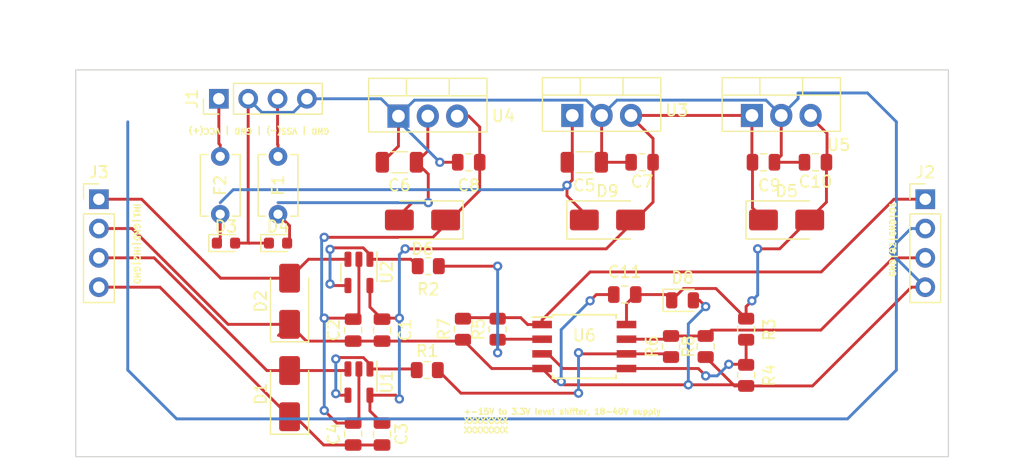
<source format=kicad_pcb>
(kicad_pcb (version 20221018) (generator pcbnew)
  (layers (0 "F.Cu" signal) (31 "B.Cu" signal) (34 "B.Paste" user) (35 "F.Paste" user) (36 "B.SilkS" user "B.Silkscreen") (37 "F.SilkS" user "F.Silkscreen") (38 "B.Mask" user) (39 "F.Mask" user) (44 "Edge.Cuts" user))
  (net 0 "")
  (net 1 "GND")
  (net 2 "+15V")
  (net 3 "-15V")
  (net 4 "Net-(D3-K)")
  (net 5 "Net-(D4-A)")
  (net 6 "+3.3V")
  (net 7 "IN2")
  (net 8 "IN1")
  (net 9 "VSS")
  (net 10 "VCC")
  (net 11 "O1")
  (net 12 "O2")
  (net 13 "Net-(U1--)")
  (net 14 "Net-(U6B--)")
  (net 15 "Net-(U2--)")
  (net 16 "Net-(U6A--)")
  (net 17 "Net-(U6A-+)")
  (footprint "Diode_SMD:D_SMA" (layer "F.Cu") (at 125 57.04 90)
    (fp_text reference "D1" (at 0 -2.5 90) (layer "F.SilkS"))
    (fp_text value "P4SMA18CA")
    (fp_line (start -3.51 -1.65) (end -3.51 1.65) (stroke (width 0.12)) (layer "F.SilkS"))
    (fp_line (start -3.51 -1.65) (end 2 -1.65) (stroke (width 0.12)) (layer "F.SilkS"))
    (fp_line (start -3.51 1.65) (end 2 1.65) (stroke (width 0.12)) (layer "F.SilkS"))
    (pad "1" smd roundrect (at -2 0 90) (size 2.5 1.8) (layers "F.Cu" "F.Paste" "F.Mask") (roundrect_rratio 0.1388888889) (net 1 "GND"))
    (pad "2" smd roundrect (at 2 0 90) (size 2.5 1.8) (layers "F.Cu" "F.Paste" "F.Mask") (roundrect_rratio 0.1388888889) (net 7 "IN2"))
  )
  (footprint "Capacitor_SMD:C_0805_2012Metric" (layer "F.Cu") (at 133 51.54 90)
    (fp_text reference "C1" (at 0 2 90) (layer "F.SilkS"))
    (fp_text value "0.1uF")
    (fp_line (start -0.261252 -0.735) (end 0.261252 -0.735) (stroke (width 0.12)) (layer "F.SilkS"))
    (fp_line (start -0.261252 0.735) (end 0.261252 0.735) (stroke (width 0.12)) (layer "F.SilkS"))
    (pad "1" smd roundrect (at -0.95 0 90) (size 1 1.45) (layers "F.Cu" "F.Paste" "F.Mask") (net 1 "GND"))
    (pad "2" smd roundrect (at 0.95 0 90) (size 1 1.45) (layers "F.Cu" "F.Paste" "F.Mask") (net 2 "+15V"))
  )
  (footprint "Capacitor_SMD:C_0805_2012Metric" (layer "F.Cu") (at 140.5 37)
    (fp_text reference "C8" (at 0 2) (layer "F.SilkS"))
    (fp_text value "1uF")
    (fp_line (start -0.261252 -0.735) (end 0.261252 -0.735) (stroke (width 0.12)) (layer "F.SilkS"))
    (fp_line (start -0.261252 0.735) (end 0.261252 0.735) (stroke (width 0.12)) (layer "F.SilkS"))
    (pad "1" smd roundrect (at -0.95 0) (size 1 1.45) (layers "F.Cu" "F.Paste" "F.Mask") (net 1 "GND"))
    (pad "2" smd roundrect (at 0.95 0) (size 1 1.45) (layers "F.Cu" "F.Paste" "F.Mask") (net 3 "-15V"))
  )
  (footprint "Capacitor_SMD:C_1206_3216Metric" (layer "F.Cu") (at 150.5 37)
    (fp_text reference "C5" (at 0 2) (layer "F.SilkS"))
    (fp_text value "2.2uF")
    (fp_line (start -0.711252 -0.91) (end 0.711252 -0.91) (stroke (width 0.12)) (layer "F.SilkS"))
    (fp_line (start -0.711252 0.91) (end 0.711252 0.91) (stroke (width 0.12)) (layer "F.SilkS"))
    (pad "1" smd roundrect (at -1.475 0) (size 1.15 1.8) (layers "F.Cu" "F.Paste" "F.Mask") (roundrect_rratio 0.217391) (net 4 "Net-(D3-K)"))
    (pad "2" smd roundrect (at 1.475 0) (size 1.15 1.8) (layers "F.Cu" "F.Paste" "F.Mask") (roundrect_rratio 0.217391) (net 1 "GND"))
  )
  (footprint "Connector_PinHeader_2.54mm:PinHeader_1x04_P2.54mm_Vertical" (layer "F.Cu") (at 118.88 31.5 90)
    (fp_text reference "J1" (at 0 -2.33 90) (layer "F.SilkS"))
    (fp_text value "Screw_Terminal_01x04")
    (fp_line (start -1.33 -1.33) (end 0 -1.33) (stroke (width 0.12)) (layer "F.SilkS"))
    (fp_line (start -1.33 0) (end -1.33 -1.33) (stroke (width 0.12)) (layer "F.SilkS"))
    (fp_line (start -1.33 1.27) (end -1.33 8.95) (stroke (width 0.12)) (layer "F.SilkS"))
    (fp_line (start -1.33 1.27) (end 1.33 1.27) (stroke (width 0.12)) (layer "F.SilkS"))
    (fp_line (start -1.33 8.95) (end 1.33 8.95) (stroke (width 0.12)) (layer "F.SilkS"))
    (fp_line (start 1.33 1.27) (end 1.33 8.95) (stroke (width 0.12)) (layer "F.SilkS"))
    (pad "1" thru_hole rect (at 0 0 90) (size 1.7 1.7) (drill 1) (layers "*.Cu" "*.Mask") (net 10 "VCC"))
    (pad "2" thru_hole oval (at 0 2.54 90) (size 1.7 1.7) (drill 1) (layers "*.Cu" "*.Mask") (net 1 "GND"))
    (pad "3" thru_hole oval (at 0 5.08 90) (size 1.7 1.7) (drill 1) (layers "*.Cu" "*.Mask") (net 9 "VSS"))
    (pad "4" thru_hole oval (at 0 7.62 90) (size 1.7 1.7) (drill 1) (layers "*.Cu" "*.Mask") (net 1 "GND"))
  )
  (footprint "Package_TO_SOT_SMD:TSOT-23-5" (layer "F.Cu") (at 131 46.54 -90)
    (fp_text reference "U2" (at 0 -2.4 90) (layer "F.SilkS"))
    (fp_text value "OPA140")
    (fp_line (start 0 -1.56) (end -1.8 -1.56) (stroke (width 0.12)) (layer "F.SilkS"))
    (fp_line (start 0 -1.56) (end 0.8 -1.56) (stroke (width 0.12)) (layer "F.SilkS"))
    (fp_line (start 0 1.56) (end -0.8 1.56) (stroke (width 0.12)) (layer "F.SilkS"))
    (fp_line (start 0 1.56) (end 0.8 1.56) (stroke (width 0.12)) (layer "F.SilkS"))
    (pad "1" smd roundrect (at -1.1375 -0.95 270) (size 1.325 0.6) (layers "F.Cu" "F.Paste" "F.Mask") (net 15 "Net-(U2--)"))
    (pad "2" smd roundrect (at -1.1375 0 270) (size 1.325 0.6) (layers "F.Cu" "F.Paste" "F.Mask") (net 3 "-15V"))
    (pad "3" smd roundrect (at -1.1375 0.95 270) (size 1.325 0.6) (layers "F.Cu" "F.Paste" "F.Mask") (net 8 "IN1"))
    (pad "4" smd roundrect (at 1.1375 0.95 270) (size 1.325 0.6) (layers "F.Cu" "F.Paste" "F.Mask") (net 15 "Net-(U2--)"))
    (pad "5" smd roundrect (at 1.1375 -0.95 270) (size 1.325 0.6) (layers "F.Cu" "F.Paste" "F.Mask") (net 2 "+15V"))
  )
  (footprint "Resistor_SMD:R_0805_2012Metric" (layer "F.Cu") (at 140 51.46 90)
    (fp_text reference "R7" (at 0 -1.65 90) (layer "F.SilkS"))
    (fp_text value "10k")
    (fp_line (start -0.227064 -0.735) (end 0.227064 -0.735) (stroke (width 0.12)) (layer "F.SilkS"))
    (fp_line (start -0.227064 0.735) (end 0.227064 0.735) (stroke (width 0.12)) (layer "F.SilkS"))
    (pad "1" smd roundrect (at -0.9125 0 90) (size 1.025 1.4) (layers "F.Cu" "F.Paste" "F.Mask") (roundrect_rratio 0.243902) (net 1 "GND"))
    (pad "2" smd roundrect (at 0.9125 0 90) (size 1.025 1.4) (layers "F.Cu" "F.Paste" "F.Mask") (roundrect_rratio 0.243902) (net 11 "O1"))
  )
  (footprint "Diode_SMD:D_SMA" (layer "F.Cu") (at 168 42)
    (fp_text reference "D5" (at 0 -2.5) (layer "F.SilkS"))
    (fp_text value "US1B")
    (fp_line (start -3.51 -1.65) (end -3.51 1.65) (stroke (width 0.12)) (layer "F.SilkS"))
    (fp_line (start -3.51 -1.65) (end 2 -1.65) (stroke (width 0.12)) (layer "F.SilkS"))
    (fp_line (start -3.51 1.65) (end 2 1.65) (stroke (width 0.12)) (layer "F.SilkS"))
    (pad "1" smd roundrect (at -2 0) (size 2.5 1.8) (layers "F.Cu" "F.Paste" "F.Mask") (roundrect_rratio 0.1388888889) (net 2 "+15V"))
    (pad "2" smd roundrect (at 2 0) (size 2.5 1.8) (layers "F.Cu" "F.Paste" "F.Mask") (roundrect_rratio 0.1388888889) (net 6 "+3.3V"))
  )
  (footprint "Capacitor_SMD:C_0805_2012Metric" (layer "F.Cu") (at 133 60.54 -90)
    (fp_text reference "C3" (at 0 -1.68 90) (layer "F.SilkS"))
    (fp_text value "0.1uF")
    (fp_line (start -0.261252 -0.735) (end 0.261252 -0.735) (stroke (width 0.12)) (layer "F.SilkS"))
    (fp_line (start -0.261252 0.735) (end 0.261252 0.735) (stroke (width 0.12)) (layer "F.SilkS"))
    (pad "1" smd roundrect (at -0.95 0 270) (size 1 1.45) (layers "F.Cu" "F.Paste" "F.Mask") (net 2 "+15V"))
    (pad "2" smd roundrect (at 0.95 0 270) (size 1 1.45) (layers "F.Cu" "F.Paste" "F.Mask") (net 1 "GND"))
  )
  (footprint "Capacitor_SMD:C_0805_2012Metric" (layer "F.Cu") (at 130.5 60.54 90)
    (fp_text reference "C4" (at 0 -1.68 90) (layer "F.SilkS"))
    (fp_text value "0.1uF")
    (fp_line (start -0.261252 -0.735) (end 0.261252 -0.735) (stroke (width 0.12)) (layer "F.SilkS"))
    (fp_line (start -0.261252 0.735) (end 0.261252 0.735) (stroke (width 0.12)) (layer "F.SilkS"))
    (pad "1" smd roundrect (at -0.95 0 90) (size 1 1.45) (layers "F.Cu" "F.Paste" "F.Mask") (net 1 "GND"))
    (pad "2" smd roundrect (at 0.95 0 90) (size 1 1.45) (layers "F.Cu" "F.Paste" "F.Mask") (net 3 "-15V"))
  )
  (footprint "Diode_SMD:D_SMA" (layer "F.Cu") (at 136.5 42 180)
    (fp_text reference "D6" (at 0 -2.5) (layer "F.SilkS"))
    (fp_text value "US1B")
    (fp_line (start -3.51 -1.65) (end -3.51 1.65) (stroke (width 0.12)) (layer "F.SilkS"))
    (fp_line (start -3.51 -1.65) (end 2 -1.65) (stroke (width 0.12)) (layer "F.SilkS"))
    (fp_line (start -3.51 1.65) (end 2 1.65) (stroke (width 0.12)) (layer "F.SilkS"))
    (pad "1" smd roundrect (at -2 0 180) (size 2.5 1.8) (layers "F.Cu" "F.Paste" "F.Mask") (roundrect_rratio 0.1388888889) (net 3 "-15V"))
    (pad "2" smd roundrect (at 2 0 180) (size 2.5 1.8) (layers "F.Cu" "F.Paste" "F.Mask") (roundrect_rratio 0.1388888889) (net 5 "Net-(D4-A)"))
  )
  (footprint "Diode_SMD:D_0603_1608Metric" (layer "F.Cu") (at 119.5 44)
    (fp_text reference "D3" (at 0 -1.43) (layer "F.SilkS"))
    (fp_text value "CSLZ30V,L3F")
    (fp_line (start -1.485 -0.735) (end -1.485 0.735) (stroke (width 0.12)) (layer "F.SilkS"))
    (fp_line (start -1.485 0.735) (end 0.8 0.735) (stroke (width 0.12)) (layer "F.SilkS"))
    (fp_line (start 0.8 -0.735) (end -1.485 -0.735) (stroke (width 0.12)) (layer "F.SilkS"))
    (pad "1" smd roundrect (at -0.7875 0) (size 0.875 0.95) (layers "F.Cu" "F.Paste" "F.Mask") (net 4 "Net-(D3-K)"))
    (pad "2" smd roundrect (at 0.7875 0) (size 0.875 0.95) (layers "F.Cu" "F.Paste" "F.Mask") (net 1 "GND"))
  )
  (footprint "Capacitor_SMD:C_0805_2012Metric" (layer "F.Cu") (at 130.5 51.54 90)
    (fp_text reference "C2" (at 0 -1.68 90) (layer "F.SilkS"))
    (fp_text value "0.1uF")
    (fp_line (start -0.261252 -0.735) (end 0.261252 -0.735) (stroke (width 0.12)) (layer "F.SilkS"))
    (fp_line (start -0.261252 0.735) (end 0.261252 0.735) (stroke (width 0.12)) (layer "F.SilkS"))
    (pad "1" smd roundrect (at -0.95 0 90) (size 1 1.45) (layers "F.Cu" "F.Paste" "F.Mask") (net 1 "GND"))
    (pad "2" smd roundrect (at 0.95 0 90) (size 1 1.45) (layers "F.Cu" "F.Paste" "F.Mask") (net 3 "-15V"))
  )
  (footprint "Diode_SMD:D_SMA" (layer "F.Cu") (at 125 49.04 90)
    (fp_text reference "D2" (at 0 -2.5 90) (layer "F.SilkS"))
    (fp_text value "P4SMA18CA")
    (fp_line (start -3.51 -1.65) (end -3.51 1.65) (stroke (width 0.12)) (layer "F.SilkS"))
    (fp_line (start -3.51 -1.65) (end 2 -1.65) (stroke (width 0.12)) (layer "F.SilkS"))
    (fp_line (start -3.51 1.65) (end 2 1.65) (stroke (width 0.12)) (layer "F.SilkS"))
    (pad "1" smd roundrect (at -2 0 90) (size 2.5 1.8) (layers "F.Cu" "F.Paste" "F.Mask") (roundrect_rratio 0.1388888889) (net 1 "GND"))
    (pad "2" smd roundrect (at 2 0 90) (size 2.5 1.8) (layers "F.Cu" "F.Paste" "F.Mask") (roundrect_rratio 0.1388888889) (net 8 "IN1"))
  )
  (footprint "Resistor_SMD:R_0805_2012Metric" (layer "F.Cu") (at 164.5 51.46 90)
    (fp_text reference "R3" (at -0.04 2 90) (layer "F.SilkS"))
    (fp_text value "TBD")
    (fp_line (start -0.227064 -0.735) (end 0.227064 -0.735) (stroke (width 0.12)) (layer "F.SilkS"))
    (fp_line (start -0.227064 0.735) (end 0.227064 0.735) (stroke (width 0.12)) (layer "F.SilkS"))
    (pad "1" smd roundrect (at -0.9125 0 90) (size 1.025 1.4) (layers "F.Cu" "F.Paste" "F.Mask") (roundrect_rratio 0.243902) (net 17 "Net-(U6A-+)"))
    (pad "2" smd roundrect (at 0.9125 0 90) (size 1.025 1.4) (layers "F.Cu" "F.Paste" "F.Mask") (roundrect_rratio 0.243902) (net 6 "+3.3V"))
  )
  (footprint "Diode_SMD:D_SMA" (layer "F.Cu") (at 152.5 42)
    (fp_text reference "D9" (at 0 -2.5) (layer "F.SilkS"))
    (fp_text value "US1B")
    (fp_line (start -3.51 -1.65) (end -3.51 1.65) (stroke (width 0.12)) (layer "F.SilkS"))
    (fp_line (start -3.51 -1.65) (end 2 -1.65) (stroke (width 0.12)) (layer "F.SilkS"))
    (fp_line (start -3.51 1.65) (end 2 1.65) (stroke (width 0.12)) (layer "F.SilkS"))
    (pad "1" smd roundrect (at -2 0) (size 2.5 1.8) (layers "F.Cu" "F.Paste" "F.Mask") (roundrect_rratio 0.1388888889) (net 4 "Net-(D3-K)"))
    (pad "2" smd roundrect (at 2 0) (size 2.5 1.8) (layers "F.Cu" "F.Paste" "F.Mask") (roundrect_rratio 0.1388888889) (net 2 "+15V"))
  )
  (footprint "Capacitor_SMD:C_0805_2012Metric" (layer "F.Cu") (at 170.5 37 180)
    (fp_text reference "C10" (at 0 -1.68) (layer "F.SilkS"))
    (fp_text value "1uF")
    (fp_line (start -0.261252 -0.735) (end 0.261252 -0.735) (stroke (width 0.12)) (layer "F.SilkS"))
    (fp_line (start -0.261252 0.735) (end 0.261252 0.735) (stroke (width 0.12)) (layer "F.SilkS"))
    (pad "1" smd roundrect (at -0.95 0 180) (size 1 1.45) (layers "F.Cu" "F.Paste" "F.Mask") (net 6 "+3.3V"))
    (pad "2" smd roundrect (at 0.95 0 180) (size 1 1.45) (layers "F.Cu" "F.Paste" "F.Mask") (net 1 "GND"))
  )
  (footprint "Capacitor_THT:C_Disc_D5.1mm_W3.2mm_P5.00mm" (layer "F.Cu") (at 124 36.5 -90)
    (fp_text reference "F1" (at 2.5 0 90) (layer "F.SilkS"))
    (fp_text value "Polyfuse_Small")
    (fp_line (start -0.17 -1.721) (end -0.17 -1.055) (stroke (width 0.12)) (layer "F.SilkS"))
    (fp_line (start -0.17 -1.721) (end 5.17 -1.721) (stroke (width 0.12)) (layer "F.SilkS"))
    (fp_line (start -0.17 1.055) (end -0.17 1.721) (stroke (width 0.12)) (layer "F.SilkS"))
    (fp_line (start -0.17 1.721) (end 5.17 1.721) (stroke (width 0.12)) (layer "F.SilkS"))
    (fp_line (start 5.17 -1.721) (end 5.17 -1.055) (stroke (width 0.12)) (layer "F.SilkS"))
    (fp_line (start 5.17 1.055) (end 5.17 1.721) (stroke (width 0.12)) (layer "F.SilkS"))
    (pad "1" thru_hole circle (at 0 0 270) (size 1.6 1.6) (drill 0.8) (layers "*.Cu" "*.Mask") (net 9 "VSS"))
    (pad "2" thru_hole circle (at 5 0 270) (size 1.6 1.6) (drill 0.8) (layers "*.Cu" "*.Mask") (net 5 "Net-(D4-A)"))
  )
  (footprint "Package_TO_SOT_THT:TO-220-3_Vertical" (layer "F.Cu") (at 149.46 32.945)
    (fp_text reference "U3" (at 9.04 -0.445) (layer "F.SilkS"))
    (fp_text value "LM7815_TO220")
    (fp_line (start -2.58 -3.27) (end -2.58 1.371) (stroke (width 0.12)) (layer "F.SilkS"))
    (fp_line (start -2.58 -3.27) (end 7.66 -3.27) (stroke (width 0.12)) (layer "F.SilkS"))
    (fp_line (start -2.58 -1.76) (end 7.66 -1.76) (stroke (width 0.12)) (layer "F.SilkS"))
    (fp_line (start -2.58 1.371) (end 7.66 1.371) (stroke (width 0.12)) (layer "F.SilkS"))
    (fp_line (start 0.69 -3.27) (end 0.69 -1.76) (stroke (width 0.12)) (layer "F.SilkS"))
    (fp_line (start 4.391 -3.27) (end 4.391 -1.76) (stroke (width 0.12)) (layer "F.SilkS"))
    (fp_line (start 7.66 -3.27) (end 7.66 1.371) (stroke (width 0.12)) (layer "F.SilkS"))
    (pad "1" thru_hole rect (at 0 0) (size 1.905 2) (drill 1.1) (layers "*.Cu" "*.Mask") (net 4 "Net-(D3-K)"))
    (pad "2" thru_hole oval (at 2.54 0) (size 1.905 2) (drill 1.1) (layers "*.Cu" "*.Mask") (net 1 "GND"))
    (pad "3" thru_hole oval (at 5.08 0) (size 1.905 2) (drill 1.1) (layers "*.Cu" "*.Mask") (net 2 "+15V"))
  )
  (footprint "Resistor_SMD:R_0805_2012Metric" (layer "F.Cu") (at 136.9125 55)
    (fp_text reference "R1" (at 0 -1.65) (layer "F.SilkS"))
    (fp_text value "100k")
    (fp_line (start -0.227064 -0.735) (end 0.227064 -0.735) (stroke (width 0.12)) (layer "F.SilkS"))
    (fp_line (start -0.227064 0.735) (end 0.227064 0.735) (stroke (width 0.12)) (layer "F.SilkS"))
    (pad "1" smd roundrect (at -0.9125 0) (size 1.025 1.4) (layers "F.Cu" "F.Paste" "F.Mask") (roundrect_rratio 0.243902) (net 13 "Net-(U1--)"))
    (pad "2" smd roundrect (at 0.9125 0) (size 1.025 1.4) (layers "F.Cu" "F.Paste" "F.Mask") (roundrect_rratio 0.243902) (net 14 "Net-(U6B--)"))
  )
  (footprint "Resistor_SMD:R_0805_2012Metric" (layer "F.Cu") (at 161 52.96 90)
    (fp_text reference "R8" (at 0 -1.5 90) (layer "F.SilkS"))
    (fp_text value "10k")
    (fp_line (start -0.227064 -0.735) (end 0.227064 -0.735) (stroke (width 0.12)) (layer "F.SilkS"))
    (fp_line (start -0.227064 0.735) (end 0.227064 0.735) (stroke (width 0.12)) (layer "F.SilkS"))
    (pad "1" smd roundrect (at -0.9125 0 90) (size 1.025 1.4) (layers "F.Cu" "F.Paste" "F.Mask") (roundrect_rratio 0.243902) (net 1 "GND"))
    (pad "2" smd roundrect (at 0.9125 0 90) (size 1.025 1.4) (layers "F.Cu" "F.Paste" "F.Mask") (roundrect_rratio 0.243902) (net 12 "O2"))
  )
  (footprint "Connector_PinHeader_2.54mm:PinHeader_1x04_P2.54mm_Vertical" (layer "F.Cu") (at 180 40.2)
    (fp_text reference "J2" (at 0 -2.33) (layer "F.SilkS"))
    (fp_text value "Screw_Terminal_01x04")
    (fp_line (start -1.33 -1.33) (end 0 -1.33) (stroke (width 0.12)) (layer "F.SilkS"))
    (fp_line (start -1.33 0) (end -1.33 -1.33) (stroke (width 0.12)) (layer "F.SilkS"))
    (fp_line (start -1.33 1.27) (end -1.33 8.95) (stroke (width 0.12)) (layer "F.SilkS"))
    (fp_line (start -1.33 1.27) (end 1.33 1.27) (stroke (width 0.12)) (layer "F.SilkS"))
    (fp_line (start -1.33 8.95) (end 1.33 8.95) (stroke (width 0.12)) (layer "F.SilkS"))
    (fp_line (start 1.33 1.27) (end 1.33 8.95) (stroke (width 0.12)) (layer "F.SilkS"))
    (pad "1" thru_hole rect (at 0 0) (size 1.7 1.7) (drill 1) (layers "*.Cu" "*.Mask") (net 11 "O1"))
    (pad "2" thru_hole oval (at 0 2.54) (size 1.7 1.7) (drill 1) (layers "*.Cu" "*.Mask") (net 1 "GND"))
    (pad "3" thru_hole oval (at 0 5.08) (size 1.7 1.7) (drill 1) (layers "*.Cu" "*.Mask") (net 12 "O2"))
    (pad "4" thru_hole oval (at 0 7.62) (size 1.7 1.7) (drill 1) (layers "*.Cu" "*.Mask") (net 1 "GND"))
  )
  (footprint "Connector_PinHeader_2.54mm:PinHeader_1x04_P2.54mm_Vertical" (layer "F.Cu") (at 108.5 40.2)
    (fp_text reference "J3" (at 0 -2.33) (layer "F.SilkS"))
    (fp_text value "Screw_Terminal_01x04")
    (fp_line (start -1.33 -1.33) (end 0 -1.33) (stroke (width 0.12)) (layer "F.SilkS"))
    (fp_line (start -1.33 0) (end -1.33 -1.33) (stroke (width 0.12)) (layer "F.SilkS"))
    (fp_line (start -1.33 1.27) (end -1.33 8.95) (stroke (width 0.12)) (layer "F.SilkS"))
    (fp_line (start -1.33 1.27) (end 1.33 1.27) (stroke (width 0.12)) (layer "F.SilkS"))
    (fp_line (start -1.33 8.95) (end 1.33 8.95) (stroke (width 0.12)) (layer "F.SilkS"))
    (fp_line (start 1.33 1.27) (end 1.33 8.95) (stroke (width 0.12)) (layer "F.SilkS"))
    (pad "1" thru_hole rect (at 0 0) (size 1.7 1.7) (drill 1) (layers "*.Cu" "*.Mask") (net 8 "IN1"))
    (pad "2" thru_hole oval (at 0 2.54) (size 1.7 1.7) (drill 1) (layers "*.Cu" "*.Mask") (net 1 "GND"))
    (pad "3" thru_hole oval (at 0 5.08) (size 1.7 1.7) (drill 1) (layers "*.Cu" "*.Mask") (net 7 "IN2"))
    (pad "4" thru_hole oval (at 0 7.62) (size 1.7 1.7) (drill 1) (layers "*.Cu" "*.Mask") (net 1 "GND"))
  )
  (footprint "Capacitor_SMD:C_0805_2012Metric" (layer "F.Cu") (at 155.5 37 180)
    (fp_text reference "C7" (at 0 -1.68) (layer "F.SilkS"))
    (fp_text value "1uF")
    (fp_line (start -0.261252 -0.735) (end 0.261252 -0.735) (stroke (width 0.12)) (layer "F.SilkS"))
    (fp_line (start -0.261252 0.735) (end 0.261252 0.735) (stroke (width 0.12)) (layer "F.SilkS"))
    (pad "1" smd roundrect (at -0.95 0 180) (size 1 1.45) (layers "F.Cu" "F.Paste" "F.Mask") (net 2 "+15V"))
    (pad "2" smd roundrect (at 0.95 0 180) (size 1 1.45) (layers "F.Cu" "F.Paste" "F.Mask") (net 1 "GND"))
  )
  (footprint "Resistor_SMD:R_0805_2012Metric" (layer "F.Cu") (at 164.5 55.46 90)
    (fp_text reference "R4" (at 0 2 90) (layer "F.SilkS"))
    (fp_text value "TBD")
    (fp_line (start -0.227064 -0.735) (end 0.227064 -0.735) (stroke (width 0.12)) (layer "F.SilkS"))
    (fp_line (start -0.227064 0.735) (end 0.227064 0.735) (stroke (width 0.12)) (layer "F.SilkS"))
    (pad "1" smd roundrect (at -0.9125 0 90) (size 1.025 1.4) (layers "F.Cu" "F.Paste" "F.Mask") (roundrect_rratio 0.243902) (net 1 "GND"))
    (pad "2" smd roundrect (at 0.9125 0 90) (size 1.025 1.4) (layers "F.Cu" "F.Paste" "F.Mask") (roundrect_rratio 0.243902) (net 17 "Net-(U6A-+)"))
  )
  (footprint "Diode_SMD:D_0805_2012Metric" (layer "F.Cu") (at 159 48.96)
    (fp_text reference "D8" (at 0 -1.96) (layer "F.SilkS"))
    (fp_text value "BZY55B3V6 RBG")
    (fp_line (start -1.685 -0.96) (end -1.685 0.96) (stroke (width 0.12)) (layer "F.SilkS"))
    (fp_line (start -1.685 0.96) (end 1 0.96) (stroke (width 0.12)) (layer "F.SilkS"))
    (fp_line (start 1 -0.96) (end -1.685 -0.96) (stroke (width 0.12)) (layer "F.SilkS"))
    (pad "1" smd roundrect (at -0.9375 0) (size 0.975 1.4) (layers "F.Cu" "F.Paste" "F.Mask") (net 6 "+3.3V"))
    (pad "2" smd roundrect (at 0.9375 0) (size 0.975 1.4) (layers "F.Cu" "F.Paste" "F.Mask") (net 1 "GND"))
  )
  (footprint "Capacitor_THT:C_Disc_D5.1mm_W3.2mm_P5.00mm" (layer "F.Cu") (at 119 36.5 -90)
    (fp_text reference "F2" (at 2.5 0 90) (layer "F.SilkS"))
    (fp_text value "Polyfuse_Small")
    (fp_line (start -0.17 -1.721) (end -0.17 -1.055) (stroke (width 0.12)) (layer "F.SilkS"))
    (fp_line (start -0.17 -1.721) (end 5.17 -1.721) (stroke (width 0.12)) (layer "F.SilkS"))
    (fp_line (start -0.17 1.055) (end -0.17 1.721) (stroke (width 0.12)) (layer "F.SilkS"))
    (fp_line (start -0.17 1.721) (end 5.17 1.721) (stroke (width 0.12)) (layer "F.SilkS"))
    (fp_line (start 5.17 -1.721) (end 5.17 -1.055) (stroke (width 0.12)) (layer "F.SilkS"))
    (fp_line (start 5.17 1.055) (end 5.17 1.721) (stroke (width 0.12)) (layer "F.SilkS"))
    (pad "1" thru_hole circle (at 0 0 270) (size 1.6 1.6) (drill 0.8) (layers "*.Cu" "*.Mask") (net 10 "VCC"))
    (pad "2" thru_hole circle (at 5 0 270) (size 1.6 1.6) (drill 0.8) (layers "*.Cu" "*.Mask") (net 4 "Net-(D3-K)"))
  )
  (footprint "Capacitor_SMD:C_0805_2012Metric" (layer "F.Cu") (at 166 37)
    (fp_text reference "C9" (at 0.5 2) (layer "F.SilkS"))
    (fp_text value "0.33uF")
    (fp_line (start -0.261252 -0.735) (end 0.261252 -0.735) (stroke (width 0.12)) (layer "F.SilkS"))
    (fp_line (start -0.261252 0.735) (end 0.261252 0.735) (stroke (width 0.12)) (layer "F.SilkS"))
    (pad "1" smd roundrect (at -0.95 0) (size 1 1.45) (layers "F.Cu" "F.Paste" "F.Mask") (net 2 "+15V"))
    (pad "2" smd roundrect (at 0.95 0) (size 1 1.45) (layers "F.Cu" "F.Paste" "F.Mask") (net 1 "GND"))
  )
  (footprint "Package_TO_SOT_THT:TO-220-3_Vertical" (layer "F.Cu") (at 134.42 33)
    (fp_text reference "U4" (at 9.08 0) (layer "F.SilkS"))
    (fp_text value "LM320T-15")
    (fp_line (start -2.58 -3.27) (end -2.58 1.371) (stroke (width 0.12)) (layer "F.SilkS"))
    (fp_line (start -2.58 -3.27) (end 7.66 -3.27) (stroke (width 0.12)) (layer "F.SilkS"))
    (fp_line (start -2.58 -1.76) (end 7.66 -1.76) (stroke (width 0.12)) (layer "F.SilkS"))
    (fp_line (start -2.58 1.371) (end 7.66 1.371) (stroke (width 0.12)) (layer "F.SilkS"))
    (fp_line (start 0.69 -3.27) (end 0.69 -1.76) (stroke (width 0.12)) (layer "F.SilkS"))
    (fp_line (start 4.391 -3.27) (end 4.391 -1.76) (stroke (width 0.12)) (layer "F.SilkS"))
    (fp_line (start 7.66 -3.27) (end 7.66 1.371) (stroke (width 0.12)) (layer "F.SilkS"))
    (pad "1" thru_hole rect (at 0 0) (size 1.905 2) (drill 1.1) (layers "*.Cu" "*.Mask") (net 1 "GND"))
    (pad "2" thru_hole oval (at 2.54 0) (size 1.905 2) (drill 1.1) (layers "*.Cu" "*.Mask") (net 5 "Net-(D4-A)"))
    (pad "3" thru_hole oval (at 5.08 0) (size 1.905 2) (drill 1.1) (layers "*.Cu" "*.Mask") (net 3 "-15V"))
  )
  (footprint "Package_TO_SOT_SMD:TSOT-23-5" (layer "F.Cu") (at 131 56.04 -90)
    (fp_text reference "U1" (at 0 -2.4 90) (layer "F.SilkS"))
    (fp_text value "OPA140")
    (fp_line (start 0 -1.56) (end -1.8 -1.56) (stroke (width 0.12)) (layer "F.SilkS"))
    (fp_line (start 0 -1.56) (end 0.8 -1.56) (stroke (width 0.12)) (layer "F.SilkS"))
    (fp_line (start 0 1.56) (end -0.8 1.56) (stroke (width 0.12)) (layer "F.SilkS"))
    (fp_line (start 0 1.56) (end 0.8 1.56) (stroke (width 0.12)) (layer "F.SilkS"))
    (pad "1" smd roundrect (at -1.1375 -0.95 270) (size 1.325 0.6) (layers "F.Cu" "F.Paste" "F.Mask") (net 13 "Net-(U1--)"))
    (pad "2" smd roundrect (at -1.1375 0 270) (size 1.325 0.6) (layers "F.Cu" "F.Paste" "F.Mask") (net 3 "-15V"))
    (pad "3" smd roundrect (at -1.1375 0.95 270) (size 1.325 0.6) (layers "F.Cu" "F.Paste" "F.Mask") (net 7 "IN2"))
    (pad "4" smd roundrect (at 1.1375 0.95 270) (size 1.325 0.6) (layers "F.Cu" "F.Paste" "F.Mask") (net 13 "Net-(U1--)"))
    (pad "5" smd roundrect (at 1.1375 -0.95 270) (size 1.325 0.6) (layers "F.Cu" "F.Paste" "F.Mask") (net 2 "+15V"))
  )
  (footprint "Resistor_SMD:R_0805_2012Metric" (layer "F.Cu") (at 158 52.96 90)
    (fp_text reference "R6" (at 0 -1.65 90) (layer "F.SilkS"))
    (fp_text value "23k")
    (fp_line (start -0.227064 -0.735) (end 0.227064 -0.735) (stroke (width 0.12)) (layer "F.SilkS"))
    (fp_line (start -0.227064 0.735) (end 0.227064 0.735) (stroke (width 0.12)) (layer "F.SilkS"))
    (pad "1" smd roundrect (at -0.9125 0 90) (size 1.025 1.4) (layers "F.Cu" "F.Paste" "F.Mask") (roundrect_rratio 0.243902) (net 14 "Net-(U6B--)"))
    (pad "2" smd roundrect (at 0.9125 0 90) (size 1.025 1.4) (layers "F.Cu" "F.Paste" "F.Mask") (roundrect_rratio 0.243902) (net 12 "O2"))
  )
  (footprint "Package_SO:SOIC-8W_5.3x5.3mm_P1.27mm" (layer "F.Cu") (at 150.5 52.96)
    (fp_text reference "U6" (at 0 -0.96) (layer "F.SilkS"))
    (fp_text value "OPA2376xxD")
    (fp_line (start -2.75 -2.755) (end -2.75 -2.55) (stroke (width 0.15)) (layer "F.SilkS"))
    (fp_line (start -2.75 -2.755) (end 2.75 -2.755) (stroke (width 0.15)) (layer "F.SilkS"))
    (fp_line (start -2.75 -2.55) (end -4.5 -2.55) (stroke (width 0.15)) (layer "F.SilkS"))
    (fp_line (start -2.75 2.755) (end -2.75 2.455) (stroke (width 0.15)) (layer "F.SilkS"))
    (fp_line (start -2.75 2.755) (end 2.75 2.755) (stroke (width 0.15)) (layer "F.SilkS"))
    (fp_line (start 2.75 -2.755) (end 2.75 -2.455) (stroke (width 0.15)) (layer "F.SilkS"))
    (fp_line (start 2.75 2.755) (end 2.75 2.455) (stroke (width 0.15)) (layer "F.SilkS"))
    (pad "1" smd rect (at -3.65 -1.905) (size 1.7 0.65) (layers "F.Cu" "F.Paste" "F.Mask") (net 11 "O1"))
    (pad "2" smd rect (at -3.65 -0.635) (size 1.7 0.65) (layers "F.Cu" "F.Paste" "F.Mask") (net 16 "Net-(U6A--)"))
    (pad "3" smd rect (at -3.65 0.635) (size 1.7 0.65) (layers "F.Cu" "F.Paste" "F.Mask") (net 17 "Net-(U6A-+)"))
    (pad "4" smd rect (at -3.65 1.905) (size 1.7 0.65) (layers "F.Cu" "F.Paste" "F.Mask") (net 1 "GND"))
    (pad "5" smd rect (at 3.65 1.905) (size 1.7 0.65) (layers "F.Cu" "F.Paste" "F.Mask") (net 17 "Net-(U6A-+)"))
    (pad "6" smd rect (at 3.65 0.635) (size 1.7 0.65) (layers "F.Cu" "F.Paste" "F.Mask") (net 14 "Net-(U6B--)"))
    (pad "7" smd rect (at 3.65 -0.635) (size 1.7 0.65) (layers "F.Cu" "F.Paste" "F.Mask") (net 12 "O2"))
    (pad "8" smd rect (at 3.65 -1.905) (size 1.7 0.65) (layers "F.Cu" "F.Paste" "F.Mask") (net 6 "+3.3V"))
  )
  (footprint "Capacitor_SMD:C_1206_3216Metric" (layer "F.Cu") (at 134.5 37)
    (fp_text reference "C6" (at 0 2) (layer "F.SilkS"))
    (fp_text value "2.2 uF")
    (fp_line (start -0.711252 -0.91) (end 0.711252 -0.91) (stroke (width 0.12)) (layer "F.SilkS"))
    (fp_line (start -0.711252 0.91) (end 0.711252 0.91) (stroke (width 0.12)) (layer "F.SilkS"))
    (pad "1" smd roundrect (at -1.475 0) (size 1.15 1.8) (layers "F.Cu" "F.Paste" "F.Mask") (roundrect_rratio 0.217391) (net 1 "GND"))
    (pad "2" smd roundrect (at 1.475 0) (size 1.15 1.8) (layers "F.Cu" "F.Paste" "F.Mask") (roundrect_rratio 0.217391) (net 5 "Net-(D4-A)"))
  )
  (footprint "Package_TO_SOT_THT:TO-220-3_Vertical" (layer "F.Cu") (at 165 32.945)
    (fp_text reference "U5" (at 7.5 2.555) (layer "F.SilkS"))
    (fp_text value "uA78M33CKCSE3")
    (fp_line (start -2.58 -3.27) (end -2.58 1.371) (stroke (width 0.12)) (layer "F.SilkS"))
    (fp_line (start -2.58 -3.27) (end 7.66 -3.27) (stroke (width 0.12)) (layer "F.SilkS"))
    (fp_line (start -2.58 -1.76) (end 7.66 -1.76) (stroke (width 0.12)) (layer "F.SilkS"))
    (fp_line (start -2.58 1.371) (end 7.66 1.371) (stroke (width 0.12)) (layer "F.SilkS"))
    (fp_line (start 0.69 -3.27) (end 0.69 -1.76) (stroke (width 0.12)) (layer "F.SilkS"))
    (fp_line (start 4.391 -3.27) (end 4.391 -1.76) (stroke (width 0.12)) (layer "F.SilkS"))
    (fp_line (start 7.66 -3.27) (end 7.66 1.371) (stroke (width 0.12)) (layer "F.SilkS"))
    (pad "1" thru_hole rect (at 0 0) (size 1.905 2) (drill 1.1) (layers "*.Cu" "*.Mask") (net 2 "+15V"))
    (pad "2" thru_hole oval (at 2.54 0) (size 1.905 2) (drill 1.1) (layers "*.Cu" "*.Mask") (net 1 "GND"))
    (pad "3" thru_hole oval (at 5.08 0) (size 1.905 2) (drill 1.1) (layers "*.Cu" "*.Mask") (net 6 "+3.3V"))
  )
  (footprint "Diode_SMD:D_0603_1608Metric" (layer "F.Cu") (at 124 44)
    (fp_text reference "D4" (at 0 -1.43) (layer "F.SilkS"))
    (fp_text value "CSLZ30V,L3F")
    (fp_line (start -1.485 -0.735) (end -1.485 0.735) (stroke (width 0.12)) (layer "F.SilkS"))
    (fp_line (start -1.485 0.735) (end 0.8 0.735) (stroke (width 0.12)) (layer "F.SilkS"))
    (fp_line (start 0.8 -0.735) (end -1.485 -0.735) (stroke (width 0.12)) (layer "F.SilkS"))
    (pad "1" smd roundrect (at -0.7875 0) (size 0.875 0.95) (layers "F.Cu" "F.Paste" "F.Mask") (net 1 "GND"))
    (pad "2" smd roundrect (at 0.7875 0) (size 0.875 0.95) (layers "F.Cu" "F.Paste" "F.Mask") (net 5 "Net-(D4-A)"))
  )
  (footprint "Resistor_SMD:R_0805_2012Metric" (layer "F.Cu") (at 143 51.46 90)
    (fp_text reference "R5" (at 0 -1.65 90) (layer "F.SilkS"))
    (fp_text value "23k")
    (fp_line (start -0.227064 -0.735) (end 0.227064 -0.735) (stroke (width 0.12)) (layer "F.SilkS"))
    (fp_line (start -0.227064 0.735) (end 0.227064 0.735) (stroke (width 0.12)) (layer "F.SilkS"))
    (pad "1" smd roundrect (at -0.9125 0 90) (size 1.025 1.4) (layers "F.Cu" "F.Paste" "F.Mask") (roundrect_rratio 0.243902) (net 16 "Net-(U6A--)"))
    (pad "2" smd roundrect (at 0.9125 0 90) (size 1.025 1.4) (layers "F.Cu" "F.Paste" "F.Mask") (roundrect_rratio 0.243902) (net 11 "O1"))
  )
  (footprint "Capacitor_SMD:C_0805_2012Metric" (layer "F.Cu") (at 154 48.46 180)
    (fp_text reference "C11" (at 0 1.96) (layer "F.SilkS"))
    (fp_text value "0.1uF")
    (fp_line (start -0.261252 -0.735) (end 0.261252 -0.735) (stroke (width 0.12)) (layer "F.SilkS"))
    (fp_line (start -0.261252 0.735) (end 0.261252 0.735) (stroke (width 0.12)) (layer "F.SilkS"))
    (pad "1" smd roundrect (at -0.95 0 180) (size 1 1.45) (layers "F.Cu" "F.Paste" "F.Mask") (net 6 "+3.3V"))
    (pad "2" smd roundrect (at 0.95 0 180) (size 1 1.45) (layers "F.Cu" "F.Paste" "F.Mask") (net 1 "GND"))
  )
  (footprint "Resistor_SMD:R_0805_2012Metric" (layer "F.Cu") (at 137 46)
    (fp_text reference "R2" (at 0 2) (layer "F.SilkS"))
    (fp_text value "100k")
    (fp_line (start -0.227064 -0.735) (end 0.227064 -0.735) (stroke (width 0.12)) (layer "F.SilkS"))
    (fp_line (start -0.227064 0.735) (end 0.227064 0.735) (stroke (width 0.12)) (layer "F.SilkS"))
    (pad "1" smd roundrect (at -0.9125 0) (size 1.025 1.4) (layers "F.Cu" "F.Paste" "F.Mask") (roundrect_rratio 0.243902) (net 15 "Net-(U2--)"))
    (pad "2" smd roundrect (at 0.9125 0) (size 1.025 1.4) (layers "F.Cu" "F.Paste" "F.Mask") (roundrect_rratio 0.243902) (net 16 "Net-(U6A--)"))
  )
  (gr_rect (start 106.5 29) (end 182 62.5) (stroke (width 0.1)) (fill none) (layer "Edge.Cuts"))
  (gr_text "+-15V to 3.3V level shifter, 18-40V supply\nXXXXXXXX\nXXXXXXXX" (at 140 60.5) (layer "F.SilkS") (effects (font (size 0.5 0.5) (thickness 0.125) bold) (justify left bottom)))
  (gr_text "GND | VSS(-) | GND | VCC(+)" (at 128.5 34 180) (layer "F.SilkS") (effects (font (size 0.5 0.5) (thickness 0.125)) (justify left bottom)))
  (gr_text "IN1|GND|IN2|GND" (at 111.5 40.5 270) (layer "F.SilkS") (effects (font (size 0.5 0.5) (thickness 0.125)) (justify left bottom)))
  (gr_text "GND|O2|GND|O1" (at 177.5 47 90) (layer "F.SilkS") (effects (font (size 0.5 0.5) (thickness 0.125)) (justify left bottom)))
  (segment (start 142.4925 54.865) (end 140 52.3725) (width 0.25) (layer "F.Cu") (net 1))
  (segment (start 178.797919 47.82) (end 180 47.82) (width 0.25) (layer "F.Cu") (net 1))
  (segment (start 125 51.04) (end 126.45 52.49) (width 0.25) (layer "F.Cu") (net 1))
  (segment (start 164.5 56.3725) (end 164.4025 56.275) (width 0.25) (layer "F.Cu") (net 1))
  (segment (start 160.46 48.96) (end 161 49.5) (width 0.25) (layer "F.Cu") (net 1))
  (segment (start 159.5 56.275) (end 148.775 56.275) (width 0.25) (layer "F.Cu") (net 1))
  (segment (start 170.245419 56.3725) (end 178.797919 47.82) (width 0.25) (layer "F.Cu") (net 1))
  (segment (start 167.54 32.945) (end 167.54 36.41) (width 0.25) (layer "F.Cu") (net 1))
  (segment (start 153.05 48.46) (end 151.54 48.46) (width 0.25) (layer "F.Cu") (net 1))
  (segment (start 108.5 47.82) (end 113.78 47.82) (width 0.25) (layer "F.Cu") (net 1))
  (segment (start 133.025 37) (end 134.42 35.605) (width 0.25) (layer "F.Cu") (net 1))
  (segment (start 163.5 56.3725) (end 161 53.8725) (width 0.25) (layer "F.Cu") (net 1))
  (segment (start 108.5 42.74) (end 111.376396 42.74) (width 0.25) (layer "F.Cu") (net 1))
  (segment (start 121.42 43.92) (end 121.5 44) (width 0.25) (layer "F.Cu") (net 1))
  (segment (start 130.5 52.49) (end 133 52.49) (width 0.25) (layer "F.Cu") (net 1))
  (segment (start 164.4025 56.275) (end 159.5 56.275) (width 0.25) (layer "F.Cu") (net 1))
  (segment (start 111.376396 42.74) (end 119.676396 51.04) (width 0.25) (layer "F.Cu") (net 1))
  (segment (start 147.985 56) (end 146.85 54.865) (width 0.25) (layer "F.Cu") (net 1))
  (segment (start 166.95 37) (end 169.55 37) (width 0.25) (layer "F.Cu") (net 1))
  (segment (start 167.54 36.41) (end 166.95 37) (width 0.25) (layer "F.Cu") (net 1))
  (segment (start 152 36.975) (end 152 32.945) (width 0.25) (layer "F.Cu") (net 1))
  (segment (start 151.975 37) (end 154.55 37) (width 0.25) (layer "F.Cu") (net 1))
  (segment (start 164.5 56.3725) (end 163.5 56.3725) (width 0.25) (layer "F.Cu") (net 1))
  (segment (start 125.5 59.04) (end 127.95 61.49) (width 0.25) (layer "F.Cu") (net 1))
  (segment (start 127.95 61.49) (end 133 61.49) (width 0.25) (layer "F.Cu") (net 1))
  (segment (start 164.5 56.3725) (end 170.245419 56.3725) (width 0.25) (layer "F.Cu") (net 1))
  (segment (start 124.04 52) (end 125 51.04) (width 0.25) (layer "F.Cu") (net 1))
  (segment (start 113.78 47.82) (end 125 59.04) (width 0.25) (layer "F.Cu") (net 1))
  (segment (start 139.8825 52.49) (end 140 52.3725) (width 0.25) (layer "F.Cu") (net 1))
  (segment (start 151.975 37) (end 152 36.975) (width 0.25) (layer "F.Cu") (net 1))
  (segment (start 121.42 31.5) (end 121.42 43.92) (width 0.25) (layer "F.Cu") (net 1))
  (segment (start 146.85 54.865) (end 142.4925 54.865) (width 0.25) (layer "F.Cu") (net 1))
  (segment (start 125 59.04) (end 125.5 59.04) (width 0.25) (layer "F.Cu") (net 1))
  (segment (start 148.775 56.275) (end 148.5 56) (width 0.25) (layer "F.Cu") (net 1))
  (segment (start 134.42 35.605) (end 134.42 33) (width 0.25) (layer "F.Cu") (net 1))
  (segment (start 148.5 56) (end 147.985 56) (width 0.25) (layer "F.Cu") (net 1))
  (segment (start 133 52.49) (end 139.8825 52.49) (width 0.25) (layer "F.Cu") (net 1))
  (segment (start 121.5 44) (end 120.2875 44) (width 0.25) (layer "F.Cu") (net 1))
  (segment (start 126.45 52.49) (end 130.5 52.49) (width 0.25) (layer "F.Cu") (net 1))
  (segment (start 164.8725 56) (end 164.5 56.3725) (width 0.25) (layer "F.Cu") (net 1))
  (segment (start 123.2125 44) (end 121.5 44) (width 0.25) (layer "F.Cu") (net 1))
  (segment (start 119.676396 51.04) (end 125 51.04) (width 0.25) (layer "F.Cu") (net 1))
  (segment (start 159.9375 48.96) (end 160.46 48.96) (width 0.25) (layer "F.Cu") (net 1))
  (segment (start 139.55 37) (end 138 37) (width 0.25) (layer "F.Cu") (net 1))
  (segment (start 151.54 48.46) (end 151 49) (width 0.25) (layer "F.Cu") (net 1))
  (via (at 161 49.5) (size 0.8) (drill 0.4) (layers "F.Cu" "B.Cu") (net 1))
  (via (at 159.5 56.275) (size 0.8) (drill 0.4) (layers "F.Cu" "B.Cu") (net 1))
  (via (at 151 49) (size 0.8) (drill 0.4) (layers "F.Cu" "B.Cu") (net 1))
  (via (at 148.5 56) (size 0.8) (drill 0.4) (layers "F.Cu" "B.Cu") (net 1))
  (via (at 138 37) (size 0.8) (drill 0.4) (layers "F.Cu" "B.Cu") (net 1))
  (segment (start 177.5 55) (end 177.5 33.5) (width 0.25) (layer "B.Cu") (net 1))
  (segment (start 111 55) (end 115.225 59.225) (width 0.25) (layer "B.Cu") (net 1))
  (segment (start 173.275 59.225) (end 177.5 55) (width 0.25) (layer "B.Cu") (net 1))
  (segment (start 166.215 31.62) (end 167.54 32.945) (width 0.25) (layer "B.Cu") (net 1))
  (segment (start 134.42 33) (end 135.8 31.62) (width 0.25) (layer "B.Cu") (net 1))
  (segment (start 152 32.945) (end 153.325 31.62) (width 0.25) (layer "B.Cu") (net 1))
  (segment (start 122.595 32.675) (end 125.325 32.675) (width 0.25) (layer "B.Cu") (net 1))
  (segment (start 121.42 31.5) (end 122.595 32.675) (width 0.25) (layer "B.Cu") (net 1))
  (segment (start 111 33.5) (end 111 55) (width 0.25) (layer "B.Cu") (net 1))
  (segment (start 180 42.74) (end 178.76 42.74) (width 0.25) (layer "B.Cu") (net 1))
  (segment (start 177 44.5) (end 177 44.82) (width 0.25) (layer "B.Cu") (net 1))
  (segment (start 161 49.5) (end 159.5 51) (width 0.25) (layer "B.Cu") (net 1))
  (segment (start 177.5 33.5) (end 175 31) (width 0.25) (layer "B.Cu") (net 1))
  (segment (start 132.92 31.5) (end 134.42 33) (width 0.25) (layer "B.Cu") (net 1))
  (segment (start 151 49) (end 148.5 51.5) (width 0.25) (layer "B.Cu") (net 1))
  (segment (start 150.675 31.62) (end 152 32.945) (width 0.25) (layer "B.Cu") (net 1))
  (segment (start 169 31.485) (end 167.54 32.945) (width 0.25) (layer "B.Cu") (net 1))
  (segment (start 159.5 51) (end 159.5 56.275) (width 0.25) (layer "B.Cu") (net 1))
  (segment (start 169 31) (end 169 31.485) (width 0.25) (layer "B.Cu") (net 1))
  (segment (start 115.225 59.225) (end 173.275 59.225) (width 0.25) (layer "B.Cu") (net 1))
  (segment (start 153.325 31.62) (end 166.215 31.62) (width 0.25) (layer "B.Cu") (net 1))
  (segment (start 175 31) (end 169 31) (width 0.25) (layer "B.Cu") (net 1))
  (segment (start 125.325 32.675) (end 126.5 31.5) (width 0.25) (layer "B.Cu") (net 1))
  (segment (start 138 37) (end 134.42 33.42) (width 0.25) (layer "B.Cu") (net 1))
  (segment (start 178.76 42.74) (end 177 44.5) (width 0.25) (layer "B.Cu") (net 1))
  (segment (start 134.42 33.42) (end 134.42 33) (width 0.25) (layer "B.Cu") (net 1))
  (segment (start 135.8 31.62) (end 150.675 31.62) (width 0.25) (layer "B.Cu") (net 1))
  (segment (start 177 44.82) (end 180 47.82) (width 0.25) (layer "B.Cu") (net 1))
  (segment (start 148.5 51.5) (end 148.5 56) (width 0.25) (layer "B.Cu") (net 1))
  (segment (start 126.5 31.5) (end 132.92 31.5) (width 0.25) (layer "B.Cu") (net 1))
  (segment (start 165 32.945) (end 165 36.95) (width 0.25) (layer "F.Cu") (net 2))
  (segment (start 165.05 37) (end 165.05 40.95) (width 0.25) (layer "F.Cu") (net 2))
  (segment (start 156.45 37) (end 156.45 40.45) (width 0.25) (layer "F.Cu") (net 2))
  (segment (start 165.05 40.95) (end 165.6 41.5) (width 0.25) (layer "F.Cu") (net 2))
  (segment (start 165 36.95) (end 165.05 37) (width 0.25) (layer "F.Cu") (net 2))
  (segment (start 134.5 50.5) (end 133.09 50.5) (width 0.25) (layer "F.Cu") (net 2))
  (segment (start 131.95 49.54) (end 133 50.59) (width 0.25) (layer "F.Cu") (net 2))
  (segment (start 156.45 40.45) (end 155.4 41.5) (width 0.25) (layer "F.Cu") (net 2))
  (segment (start 131.95 58.54) (end 133 59.59) (width 0.25) (layer "F.Cu") (net 2))
  (segment (start 131.95 57.1775) (end 134.1775 57.1775) (width 0.25) (layer "F.Cu") (net 2))
  (segment (start 135 44.5) (end 152.4 44.5) (width 0.25) (layer "F.Cu") (net 2))
  (segment (start 156.45 37) (end 156.45 34.95) (width 0.25) (layer "F.Cu") (net 2))
  (segment (start 131.95 47.6775) (end 131.95 49.54) (width 0.25) (layer "F.Cu") (net 2))
  (segment (start 156.45 34.95) (end 154.54 33.04) (width 0.25) (layer "F.Cu") (net 2))
  (segment (start 154.54 32.945) (end 165 32.945) (width 0.25) (layer "F.Cu") (net 2))
  (segment (start 152.4 44.5) (end 155.4 41.5) (width 0.25) (layer "F.Cu") (net 2))
  (segment (start 131.95 57.1775) (end 131.95 58.54) (width 0.25) (layer "F.Cu") (net 2))
  (segment (start 134.1775 57.1775) (end 134.5 57.5) (width 0.25) (layer "F.Cu") (net 2))
  (segment (start 133.09 50.5) (end 133 50.59) (width 0.25) (layer "F.Cu") (net 2))
  (segment (start 154.54 33.04) (end 154.54 32.945) (width 0.25) (layer "F.Cu") (net 2))
  (via (at 135 44.5) (size 0.8) (drill 0.4) (layers "F.Cu" "B.Cu") (net 2))
  (via (at 134.5 57.5) (size 0.8) (drill 0.4) (layers "F.Cu" "B.Cu") (net 2))
  (via (at 134.5 50.5) (size 0.8) (drill 0.4) (layers "F.Cu" "B.Cu") (net 2))
  (segment (start 134.5 57.5) (end 134.5 50.5) (width 0.25) (layer "B.Cu") (net 2))
  (segment (start 134.5 50.5) (end 134.5 45) (width 0.25) (layer "B.Cu") (net 2))
  (segment (start 134.5 45) (end 135 44.5) (width 0.25) (layer "B.Cu") (net 2))
  (segment (start 141.45 37) (end 141.45 33.95) (width 0.25) (layer "F.Cu") (net 3))
  (segment (start 129.09 59.59) (end 128 58.5) (width 0.25) (layer "F.Cu") (net 3))
  (segment (start 131 45.4025) (end 131 50.09) (width 0.25) (layer "F.Cu") (net 3))
  (segment (start 131 50.09) (end 130.5 50.59) (width 0.25) (layer "F.Cu") (net 3))
  (segment (start 130.41 50.5) (end 130.5 50.59) (width 0.25) (layer "F.Cu") (net 3))
  (segment (start 137.4 43.5) (end 139.4 41.5) (width 0.25) (layer "F.Cu") (net 3))
  (segment (start 141.45 39.45) (end 141.45 37) (width 0.25) (layer "F.Cu") (net 3))
  (segment (start 128 43.5) (end 137.4 43.5) (width 0.25) (layer "F.Cu") (net 3))
  (segment (start 139.4 41.5) (end 141.45 39.45) (width 0.25) (layer "F.Cu") (net 3))
  (segment (start 141.45 33.95) (end 140.5 33) (width 0.25) (layer "F.Cu") (net 3))
  (segment (start 128 50.5) (end 130.41 50.5) (width 0.25) (layer "F.Cu") (net 3))
  (segment (start 131 59.09) (end 130.5 59.59) (width 0.25) (layer "F.Cu") (net 3))
  (segment (start 140.5 33) (end 139.5 33) (width 0.25) (layer "F.Cu") (net 3))
  (segment (start 130.5 59.59) (end 129.09 59.59) (width 0.25) (layer "F.Cu") (net 3))
  (segment (start 131 54.9025) (end 131 59.09) (width 0.25) (layer "F.Cu") (net 3))
  (via (at 128 50.5) (size 0.8) (drill 0.4) (layers "F.Cu" "B.Cu") (net 3))
  (via (at 128 43.5) (size 0.8) (drill 0.4) (layers "F.Cu" "B.Cu") (net 3))
  (via (at 128 58.5) (size 0.8) (drill 0.4) (layers "F.Cu" "B.Cu") (net 3))
  (segment (start 128 50.5) (end 127.775 50.275) (width 0.25) (layer "B.Cu") (net 3))
  (segment (start 128 58.5) (end 128 50.5) (width 0.25) (layer "B.Cu") (net 3))
  (segment (start 127.775 50.275) (end 127.775 43.725) (width 0.25) (layer "B.Cu") (net 3))
  (segment (start 127.775 43.725) (end 128 43.5) (width 0.25) (layer "B.Cu") (net 3))
  (segment (start 149 39) (end 149 39.9) (width 0.25) (layer "F.Cu") (net 4))
  (segment (start 149 39.9) (end 150.6 41.5) (width 0.25) (layer "F.Cu") (net 4))
  (segment (start 119 41.5) (end 119 43.7125) (width 0.25) (layer "F.Cu") (net 4))
  (segment (start 119 43.7125) (end 118.7125 44) (width 0.25) (layer "F.Cu") (net 4))
  (segment (start 149.46 38.54) (end 149.46 32.945) (width 0.25) (layer "F.Cu") (net 4))
  (segment (start 149 39) (end 149.46 38.54) (width 0.25) (layer "F.Cu") (net 4))
  (via (at 149 39) (size 0.8) (drill 0.4) (layers "F.Cu" "B.Cu") (net 4))
  (segment (start 119 40.5) (end 120.125 39.375) (width 0.25) (layer "B.Cu") (net 4))
  (segment (start 148.625 39.375) (end 149 39) (width 0.25) (layer "B.Cu") (net 4))
  (segment (start 120.125 39.375) (end 148.625 39.375) (width 0.25) (layer "B.Cu") (net 4))
  (segment (start 125 42.5) (end 125 43.7875) (width 0.25) (layer "F.Cu") (net 5))
  (segment (start 136.96 36.015) (end 136.96 33) (width 0.25) (layer "F.Cu") (net 5))
  (segment (start 125 43.7875) (end 124.7875 44) (width 0.25) (layer "F.Cu") (net 5))
  (segment (start 137 40.5) (end 136.96 40.46) (width 0.25) (layer "F.Cu") (net 5))
  (segment (start 135.975 37) (end 136.96 36.015) (width 0.25) (layer "F.Cu") (net 5))
  (segment (start 137 40.5) (end 135.6 40.5) (width 0.25) (layer "F.Cu") (net 5))
  (segment (start 135.6 40.5) (end 134.6 41.5) (width 0.25) (layer "F.Cu") (net 5))
  (segment (start 137 38.025) (end 135.975 37) (width 0.25) (layer "F.Cu") (net 5))
  (segment (start 124 41.5) (end 125 42.5) (width 0.25) (layer "F.Cu") (net 5))
  (segment (start 137 40.5) (end 137 38.025) (width 0.25) (layer "F.Cu") (net 5))
  (via (at 137 40.5) (size 0.8) (drill 0.4) (layers "F.Cu" "B.Cu") (net 5))
  (segment (start 124 40.5) (end 137 40.5) (width 0.25) (layer "B.Cu") (net 5))
  (segment (start 171.45 37) (end 171.45 40.45) (width 0.25) (layer "F.Cu") (net 6))
  (segment (start 157.5625 48.46) (end 158.0625 48.96) (width 0.25) (layer "F.Cu") (net 6))
  (segment (start 164.5 49.5) (end 165 49) (width 0.25) (layer "F.Cu") (net 6))
  (segment (start 170.08 32.945) (end 170.08 33.08) (width 0.25) (layer "F.Cu") (net 6))
  (segment (start 159.0875 47.935) (end 158.0625 48.96) (width 0.25) (layer "F.Cu") (net 6))
  (segment (start 170.08 33.08) (end 171.5 34.5) (width 0.25) (layer "F.Cu") (net 6))
  (segment (start 154.15 51.055) (end 154.15 49.26) (width 0.25) (layer "F.Cu") (net 6))
  (segment (start 154.95 48.46) (end 157.5625 48.46) (width 0.25) (layer "F.Cu") (net 6))
  (segment (start 171.5 36.95) (end 171.45 37) (width 0.25) (layer "F.Cu") (net 6))
  (segment (start 161.8875 47.935) (end 159.0875 47.935) (width 0.25) (layer "F.Cu") (net 6))
  (segment (start 154.15 49.26) (end 154.95 48.46) (width 0.25) (layer "F.Cu") (net 6))
  (segment (start 167.4 44.5) (end 170.4 41.5) (width 0.25) (layer "F.Cu") (net 6))
  (segment (start 171.45 40.45) (end 170.4 41.5) (width 0.25) (layer "F.Cu") (net 6))
  (segment (start 164.5 50.5475) (end 164.5 49.5) (width 0.25) (layer "F.Cu") (net 6))
  (segment (start 171.5 34.5) (end 171.5 36.95) (width 0.25) (layer "F.Cu") (net 6))
  (segment (start 164.5 50.5475) (end 161.8875 47.935) (width 0.25) (layer "F.Cu") (net 6))
  (segment (start 165.5 44.5) (end 167.4 44.5) (width 0.25) (layer "F.Cu") (net 6))
  (via (at 165 49) (size 0.8) (drill 0.4) (layers "F.Cu" "B.Cu") (net 6))
  (via (at 165.5 44.5) (size 0.8) (drill 0.4) (layers "F.Cu" "B.Cu") (net 6))
  (segment (start 165.5 48.5) (end 165.5 44.5) (width 0.25) (layer "B.Cu") (net 6))
  (segment (start 165 49) (end 165.5 48.5) (width 0.25) (layer "B.Cu") (net 6))
  (segment (start 125 55.04) (end 123.04 55.04) (width 0.25) (layer "F.Cu") (net 7))
  (segment (start 125 55.04) (end 129.9125 55.04) (width 0.25) (layer "F.Cu") (net 7))
  (segment (start 129.9125 55.04) (end 130.05 54.9025) (width 0.25) (layer "F.Cu") (net 7))
  (segment (start 113.28 45.28) (end 108.5 45.28) (width 0.25) (layer "F.Cu") (net 7))
  (segment (start 123.04 55.04) (end 113.28 45.28) (width 0.25) (layer "F.Cu") (net 7))
  (segment (start 125 55.04) (end 124.5 54.54) (width 0.25) (layer "F.Cu") (net 7))
  (segment (start 112.2 40.2) (end 108.5 40.2) (width 0.25) (layer "F.Cu") (net 8))
  (segment (start 125 47.04) (end 126.6375 45.4025) (width 0.25) (layer "F.Cu") (net 8))
  (segment (start 125 47.04) (end 119.04 47.04) (width 0.25) (layer "F.Cu") (net 8))
  (segment (start 125.5 47.54) (end 125 47.04) (width 0.25) (layer "F.Cu") (net 8))
  (segment (start 119.04 47.04) (end 112.2 40.2) (width 0.25) (layer "F.Cu") (net 8))
  (segment (start 126.6375 45.4025) (end 130.05 45.4025) (width 0.25) (layer "F.Cu") (net 8))
  (segment (start 124 35.5) (end 124 36.5) (width 0.25) (layer "F.Cu") (net 9))
  (segment (start 123.96 35.46) (end 124 35.5) (width 0.25) (layer "F.Cu") (net 9))
  (segment (start 123.96 31.5) (end 123.96 35.46) (width 0.25) (layer "F.Cu") (net 9))
  (segment (start 118.88 31.5) (end 118.88 35.38) (width 0.25) (layer "F.Cu") (net 10))
  (segment (start 119 35.5) (end 119 36.5) (width 0.25) (layer "F.Cu") (net 10))
  (segment (start 118.88 35.38) (end 119 35.5) (width 0.25) (layer "F.Cu") (net 10))
  (segment (start 146.85 51.055) (end 146.85 50.65) (width 0.25) (layer "F.Cu") (net 11))
  (segment (start 177.3 40.2) (end 180 40.2) (width 0.25) (layer "F.Cu") (net 11))
  (segment (start 140.0875 50.46) (end 140 50.5475) (width 0.25) (layer "F.Cu") (net 11))
  (segment (start 146.85 50.65) (end 151 46.5) (width 0.25) (layer "F.Cu") (net 11))
  (segment (start 145 50.46) (end 140.0875 50.46) (width 0.25) (layer "F.Cu") (net 11))
  (segment (start 145.595 51.055) (end 145 50.46) (width 0.25) (layer "F.Cu") (net 11))
  (segment (start 151 46.5) (end 171 46.5) (width 0.25) (layer "F.Cu") (net 11))
  (segment (start 171 46.5) (end 177.3 40.2) (width 0.25) (layer "F.Cu") (net 11))
  (segment (start 146.85 51.055) (end 145.595 51.055) (width 0.25) (layer "F.Cu") (net 11))
  (segment (start 157.7225 52.325) (end 154.15 52.325) (width 0.25) (layer "F.Cu") (net 12))
  (segment (start 177.22 45.28) (end 180 45.28) (width 0.25) (layer "F.Cu") (net 12))
  (segment (start 158 52.0475) (end 157.7225 52.325) (width 0.25) (layer "F.Cu") (net 12))
  (segment (start 161 52.0475) (end 158 52.0475) (width 0.25) (layer "F.Cu") (net 12))
  (segment (start 170.965 51.535) (end 177.22 45.28) (width 0.25) (layer "F.Cu") (net 12))
  (segment (start 161 52.0475) (end 161.5125 51.535) (width 0.25) (layer "F.Cu") (net 12))
  (segment (start 161.5125 51.535) (end 170.965 51.535) (width 0.25) (layer "F.Cu") (net 12))
  (segment (start 129.125 53.915) (end 131.375 53.915) (width 0.25) (layer "F.Cu") (net 13))
  (segment (start 130.05 57.1775) (end 129.1375 57.1775) (width 0.25) (layer "F.Cu") (net 13))
  (segment (start 129 54.04) (end 129.125 53.915) (width 0.25) (layer "F.Cu") (net 13))
  (segment (start 129.1375 57.1775) (end 129 57.04) (width 0.25) (layer "F.Cu") (net 13))
  (segment (start 131.95 54.9025) (end 135.9025 54.9025) (width 0.25) (layer "F.Cu") (net 13))
  (segment (start 131.95 54.49) (end 131.95 54.9025) (width 0.25) (layer "F.Cu") (net 13))
  (segment (start 135.9025 54.9025) (end 136 55) (width 0.25) (layer "F.Cu") (net 13))
  (segment (start 131.375 53.915) (end 131.95 54.49) (width 0.25) (layer "F.Cu") (net 13))
  (via (at 129 54.04) (size 0.8) (drill 0.4) (layers "F.Cu" "B.Cu") (net 13))
  (via (at 129 57.04) (size 0.8) (drill 0.4) (layers "F.Cu" "B.Cu") (net 13))
  (segment (start 129 57.04) (end 129 54.04) (width 0.25) (layer "B.Cu") (net 13))
  (segment (start 154.15 53.595) (end 157.7225 53.595) (width 0.25) (layer "F.Cu") (net 14))
  (segment (start 157.7225 53.595) (end 158 53.8725) (width 0.25) (layer "F.Cu") (net 14))
  (segment (start 150.095 53.595) (end 154.15 53.595) (width 0.25) (layer "F.Cu") (net 14))
  (segment (start 137.825 55) (end 139.825 57) (width 0.25) (layer "F.Cu") (net 14))
  (segment (start 150 53.5) (end 150.095 53.595) (width 0.25) (layer "F.Cu") (net 14))
  (segment (start 139.825 57) (end 150 57) (width 0.25) (layer "F.Cu") (net 14))
  (via (at 150 53.5) (size 0.8) (drill 0.4) (layers "F.Cu" "B.Cu") (net 14))
  (via (at 150 57) (size 0.8) (drill 0.4) (layers "F.Cu" "B.Cu") (net 14))
  (segment (start 150 57) (end 150 53.5) (width 0.25) (layer "B.Cu") (net 14))
  (segment (start 135.49 45.4025) (end 136.0875 46) (width 0.25) (layer "F.Cu") (net 15))
  (segment (start 128.6375 47.6775) (end 128.5 47.54) (width 0.25) (layer "F.Cu") (net 15))
  (segment (start 128.5 44.54) (end 128.625 44.415) (width 0.25) (layer "F.Cu") (net 15))
  (segment (start 131.95 45.4025) (end 135.49 45.4025) (width 0.25) (layer "F.Cu") (net 15))
  (segment (start 131.95 44.99) (end 131.95 45.4025) (width 0.25) (layer "F.Cu") (net 15))
  (segment (start 131.375 44.415) (end 131.95 44.99) (width 0.25) (layer "F.Cu") (net 15))
  (segment (start 128.625 44.415) (end 131.375 44.415) (width 0.25) (layer "F.Cu") (net 15))
  (segment (start 130.05 47.6775) (end 128.6375 47.6775) (width 0.25) (layer "F.Cu") (net 15))
  (via (at 128.5 44.54) (size 0.8) (drill 0.4) (layers "F.Cu" "B.Cu") (net 15))
  (via (at 128.5 47.54) (size 0.8) (drill 0.4) (layers "F.Cu" "B.Cu") (net 15))
  (segment (start 128.5 47.54) (end 128.5 44.54) (width 0.25) (layer "B.Cu") (net 15))
  (segment (start 143.0475 52.325) (end 143 52.3725) (width 0.25) (layer "F.Cu") (net 16))
  (segment (start 146.85 52.325) (end 143.0475 52.325) (width 0.25) (layer "F.Cu") (net 16))
  (segment (start 137.9125 46) (end 143 46) (width 0.25) (layer "F.Cu") (net 16))
  (segment (start 143 53.5) (end 143 52.3725) (width 0.25) (layer "F.Cu") (net 16))
  (via (at 143 53.5) (size 0.8) (drill 0.4) (layers "F.Cu" "B.Cu") (net 16))
  (via (at 143 46) (size 0.8) (drill 0.4) (layers "F.Cu" "B.Cu") (net 16))
  (segment (start 143 46) (end 143 53.5) (width 0.25) (layer "B.Cu") (net 16))
  (segment (start 163 54.5) (end 164.4525 54.5) (width 0.25) (layer "F.Cu") (net 17))
  (segment (start 164.4525 54.5) (end 164.5 54.5475) (width 0.25) (layer "F.Cu") (net 17))
  (segment (start 148.645 54.865) (end 154.15 54.865) (width 0.25) (layer "F.Cu") (net 17))
  (segment (start 164.5 52.3725) (end 164.5 54.5475) (width 0.25) (layer "F.Cu") (net 17))
  (segment (start 160.365 54.865) (end 161 55.5) (width 0.25) (layer "F.Cu") (net 17))
  (segment (start 147.375 53.595) (end 148.645 54.865) (width 0.25) (layer "F.Cu") (net 17))
  (segment (start 154.15 54.865) (end 160.365 54.865) (width 0.25) (layer "F.Cu") (net 17))
  (segment (start 146.85 53.595) (end 147.375 53.595) (width 0.25) (layer "F.Cu") (net 17))
  (via (at 161 55.5) (size 0.8) (drill 0.4) (layers "F.Cu" "B.Cu") (net 17))
  (via (at 163 54.5) (size 0.8) (drill 0.4) (layers "F.Cu" "B.Cu") (net 17))
  (segment (start 162 55.5) (end 163 54.5) (width 0.25) (layer "B.Cu") (net 17))
  (segment (start 161 55.5) (end 162 55.5) (width 0.25) (layer "B.Cu") (net 17))
)
</source>
